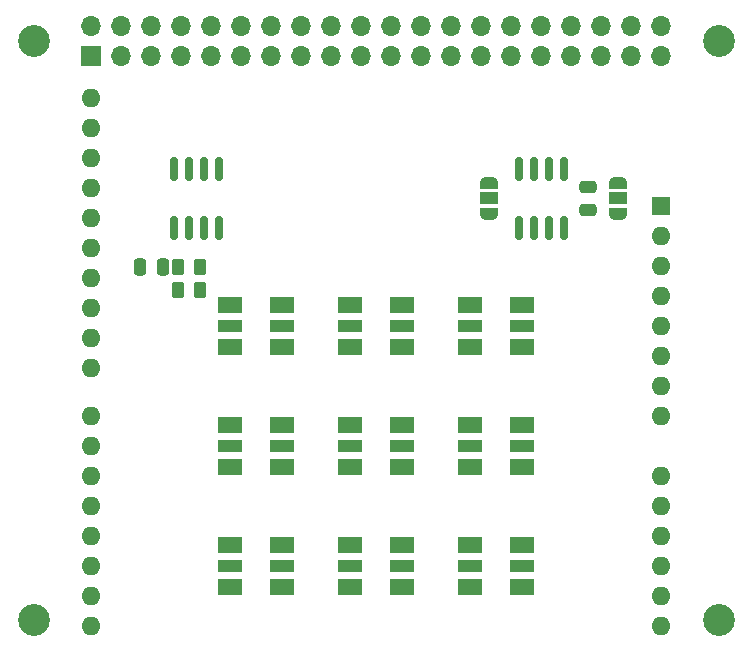
<source format=gbr>
%TF.GenerationSoftware,KiCad,Pcbnew,8.0.0*%
%TF.CreationDate,2024-04-26T11:05:52+02:00*%
%TF.ProjectId,mender-shield,6d656e64-6572-42d7-9368-69656c642e6b,rev?*%
%TF.SameCoordinates,Original*%
%TF.FileFunction,Soldermask,Bot*%
%TF.FilePolarity,Negative*%
%FSLAX46Y46*%
G04 Gerber Fmt 4.6, Leading zero omitted, Abs format (unit mm)*
G04 Created by KiCad (PCBNEW 8.0.0) date 2024-04-26 11:05:52*
%MOMM*%
%LPD*%
G01*
G04 APERTURE LIST*
G04 Aperture macros list*
%AMRoundRect*
0 Rectangle with rounded corners*
0 $1 Rounding radius*
0 $2 $3 $4 $5 $6 $7 $8 $9 X,Y pos of 4 corners*
0 Add a 4 corners polygon primitive as box body*
4,1,4,$2,$3,$4,$5,$6,$7,$8,$9,$2,$3,0*
0 Add four circle primitives for the rounded corners*
1,1,$1+$1,$2,$3*
1,1,$1+$1,$4,$5*
1,1,$1+$1,$6,$7*
1,1,$1+$1,$8,$9*
0 Add four rect primitives between the rounded corners*
20,1,$1+$1,$2,$3,$4,$5,0*
20,1,$1+$1,$4,$5,$6,$7,0*
20,1,$1+$1,$6,$7,$8,$9,0*
20,1,$1+$1,$8,$9,$2,$3,0*%
%AMFreePoly0*
4,1,19,0.550000,-0.750000,0.000000,-0.750000,0.000000,-0.744911,-0.071157,-0.744911,-0.207708,-0.704816,-0.327430,-0.627875,-0.420627,-0.520320,-0.479746,-0.390866,-0.500000,-0.250000,-0.500000,0.250000,-0.479746,0.390866,-0.420627,0.520320,-0.327430,0.627875,-0.207708,0.704816,-0.071157,0.744911,0.000000,0.744911,0.000000,0.750000,0.550000,0.750000,0.550000,-0.750000,0.550000,-0.750000,
$1*%
%AMFreePoly1*
4,1,19,0.000000,0.744911,0.071157,0.744911,0.207708,0.704816,0.327430,0.627875,0.420627,0.520320,0.479746,0.390866,0.500000,0.250000,0.500000,-0.250000,0.479746,-0.390866,0.420627,-0.520320,0.327430,-0.627875,0.207708,-0.704816,0.071157,-0.744911,0.000000,-0.744911,0.000000,-0.750000,-0.550000,-0.750000,-0.550000,0.750000,0.000000,0.750000,0.000000,0.744911,0.000000,0.744911,
$1*%
G04 Aperture macros list end*
%ADD10RoundRect,0.250000X-0.262500X-0.450000X0.262500X-0.450000X0.262500X0.450000X-0.262500X0.450000X0*%
%ADD11R,2.000000X1.400000*%
%ADD12R,2.000000X1.000000*%
%ADD13O,1.600000X1.600000*%
%ADD14R,1.600000X1.600000*%
%ADD15FreePoly0,90.000000*%
%ADD16R,1.500000X1.000000*%
%ADD17FreePoly1,90.000000*%
%ADD18RoundRect,0.250000X-0.250000X-0.475000X0.250000X-0.475000X0.250000X0.475000X-0.250000X0.475000X0*%
%ADD19RoundRect,0.250000X0.475000X-0.250000X0.475000X0.250000X-0.475000X0.250000X-0.475000X-0.250000X0*%
%ADD20RoundRect,0.150000X-0.150000X0.825000X-0.150000X-0.825000X0.150000X-0.825000X0.150000X0.825000X0*%
%ADD21RoundRect,0.150000X0.150000X-0.825000X0.150000X0.825000X-0.150000X0.825000X-0.150000X-0.825000X0*%
%ADD22C,2.700000*%
%ADD23R,1.700000X1.700000*%
%ADD24O,1.700000X1.700000*%
G04 APERTURE END LIST*
D10*
%TO.C,R2*%
X108942500Y-89027000D03*
X110767500Y-89027000D03*
%TD*%
%TO.C,R1*%
X108942500Y-90932000D03*
X110767500Y-90932000D03*
%TD*%
D11*
%TO.C,D18*%
X138090000Y-112500000D03*
D12*
X138090000Y-114300000D03*
D11*
X138090000Y-116100000D03*
X133690000Y-116100000D03*
D12*
X133690000Y-114300000D03*
D11*
X133690000Y-112500000D03*
%TD*%
%TO.C,D15*%
X127930000Y-112500000D03*
D12*
X127930000Y-114300000D03*
D11*
X127930000Y-116100000D03*
X123530000Y-116100000D03*
D12*
X123530000Y-114300000D03*
D11*
X123530000Y-112500000D03*
%TD*%
%TO.C,D12*%
X117770000Y-112500000D03*
D12*
X117770000Y-114300000D03*
D11*
X117770000Y-116100000D03*
X113370000Y-116100000D03*
D12*
X113370000Y-114300000D03*
D11*
X113370000Y-112500000D03*
%TD*%
%TO.C,D17*%
X138090000Y-102340000D03*
D12*
X138090000Y-104140000D03*
D11*
X138090000Y-105940000D03*
X133690000Y-105940000D03*
D12*
X133690000Y-104140000D03*
D11*
X133690000Y-102340000D03*
%TD*%
%TO.C,D14*%
X127930000Y-102340000D03*
D12*
X127930000Y-104140000D03*
D11*
X127930000Y-105940000D03*
X123530000Y-105940000D03*
D12*
X123530000Y-104140000D03*
D11*
X123530000Y-102340000D03*
%TD*%
%TO.C,D11*%
X117770000Y-102340000D03*
D12*
X117770000Y-104140000D03*
D11*
X117770000Y-105940000D03*
X113370000Y-105940000D03*
D12*
X113370000Y-104140000D03*
D11*
X113370000Y-102340000D03*
%TD*%
%TO.C,D16*%
X138090000Y-92180000D03*
D12*
X138090000Y-93980000D03*
D11*
X138090000Y-95780000D03*
X133690000Y-95780000D03*
D12*
X133690000Y-93980000D03*
D11*
X133690000Y-92180000D03*
%TD*%
%TO.C,D13*%
X127930000Y-92180000D03*
D12*
X127930000Y-93980000D03*
D11*
X127930000Y-95780000D03*
X123530000Y-95780000D03*
D12*
X123530000Y-93980000D03*
D11*
X123530000Y-92180000D03*
%TD*%
%TO.C,D10*%
X117770000Y-92180000D03*
D12*
X117770000Y-93980000D03*
D11*
X117770000Y-95780000D03*
X113370000Y-95780000D03*
D12*
X113370000Y-93980000D03*
D11*
X113370000Y-92180000D03*
%TD*%
D13*
%TO.C,A1*%
X101600000Y-74680000D03*
X101600000Y-77220000D03*
X101600000Y-79760000D03*
X101600000Y-82300000D03*
X101600000Y-84840000D03*
X101600000Y-87380000D03*
X101600000Y-89920000D03*
X101600000Y-92460000D03*
X101600000Y-95000000D03*
X101600000Y-97540000D03*
X101600000Y-101600000D03*
X101600000Y-104140000D03*
X101600000Y-106680000D03*
X101600000Y-109220000D03*
X101600000Y-111760000D03*
X101600000Y-114300000D03*
X101600000Y-116840000D03*
X101600000Y-119380000D03*
X149860000Y-119380000D03*
X149860000Y-116840000D03*
X149860000Y-114300000D03*
X149860000Y-111760000D03*
X149860000Y-109220000D03*
X149860000Y-106680000D03*
X149860000Y-101600000D03*
X149860000Y-99060000D03*
X149860000Y-96520000D03*
X149860000Y-93980000D03*
X149860000Y-91440000D03*
X149860000Y-88900000D03*
X149860000Y-86360000D03*
D14*
X149860000Y-83820000D03*
%TD*%
D15*
%TO.C,JP5*%
X135255000Y-84485000D03*
D16*
X135255000Y-83185000D03*
D17*
X135255000Y-81885000D03*
%TD*%
%TO.C,JP4*%
X146200000Y-81885000D03*
D16*
X146200000Y-83185000D03*
D15*
X146200000Y-84485000D03*
%TD*%
D18*
%TO.C,C5*%
X105730000Y-89027000D03*
X107630000Y-89027000D03*
%TD*%
D19*
%TO.C,C4*%
X143660000Y-84135000D03*
X143660000Y-82235000D03*
%TD*%
D20*
%TO.C,U5*%
X108585000Y-80710000D03*
X109855000Y-80710000D03*
X111125000Y-80710000D03*
X112395000Y-80710000D03*
X112395000Y-85660000D03*
X111125000Y-85660000D03*
X109855000Y-85660000D03*
X108585000Y-85660000D03*
%TD*%
D21*
%TO.C,U4*%
X141605000Y-80710000D03*
X140335000Y-80710000D03*
X139065000Y-80710000D03*
X137795000Y-80710000D03*
X137795000Y-85660000D03*
X139065000Y-85660000D03*
X140335000Y-85660000D03*
X141605000Y-85660000D03*
%TD*%
D22*
%TO.C,H4*%
X96730000Y-118850000D03*
%TD*%
%TO.C,H3*%
X154730000Y-118850000D03*
%TD*%
%TO.C,H2*%
X154730000Y-69850000D03*
%TD*%
%TO.C,H1*%
X96730000Y-69850000D03*
%TD*%
D23*
%TO.C,J1*%
X101600000Y-71120000D03*
D24*
X101600000Y-68580000D03*
X104140000Y-71120000D03*
X104140000Y-68580000D03*
X106680000Y-71120000D03*
X106680000Y-68580000D03*
X109220000Y-71120000D03*
X109220000Y-68580000D03*
X111760000Y-71120000D03*
X111760000Y-68580000D03*
X114300000Y-71120000D03*
X114300000Y-68580000D03*
X116840000Y-71120000D03*
X116840000Y-68580000D03*
X119380000Y-71120000D03*
X119380000Y-68580000D03*
X121920000Y-71120000D03*
X121920000Y-68580000D03*
X124460000Y-71120000D03*
X124460000Y-68580000D03*
X127000000Y-71120000D03*
X127000000Y-68580000D03*
X129540000Y-71120000D03*
X129540000Y-68580000D03*
X132080000Y-71120000D03*
X132080000Y-68580000D03*
X134620000Y-71120000D03*
X134620000Y-68580000D03*
X137160000Y-71120000D03*
X137160000Y-68580000D03*
X139700000Y-71120000D03*
X139700000Y-68580000D03*
X142240000Y-71120000D03*
X142240000Y-68580000D03*
X144780000Y-71120000D03*
X144780000Y-68580000D03*
X147320000Y-71120000D03*
X147320000Y-68580000D03*
X149860000Y-71120000D03*
X149860000Y-68580000D03*
%TD*%
M02*

</source>
